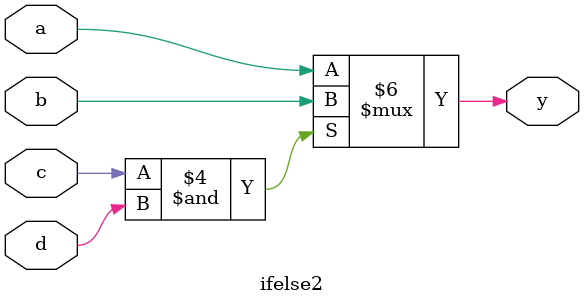
<source format=sv>
module ifelse2 (input logic a,b,c,d, output logic y);
    always @ (a,b,c,d) begin
        if ((c==1) & (d==1)) begin
            y <= b;
        end else begin
            y <= a;
        end
    end
endmodule
</source>
